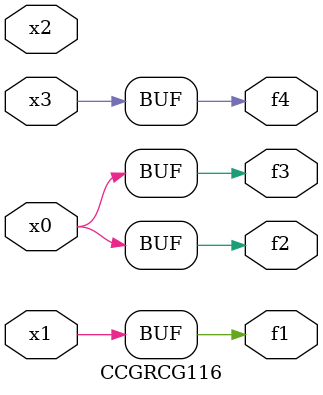
<source format=v>
module CCGRCG116(
	input x0, x1, x2, x3,
	output f1, f2, f3, f4
);
	assign f1 = x1;
	assign f2 = x0;
	assign f3 = x0;
	assign f4 = x3;
endmodule

</source>
